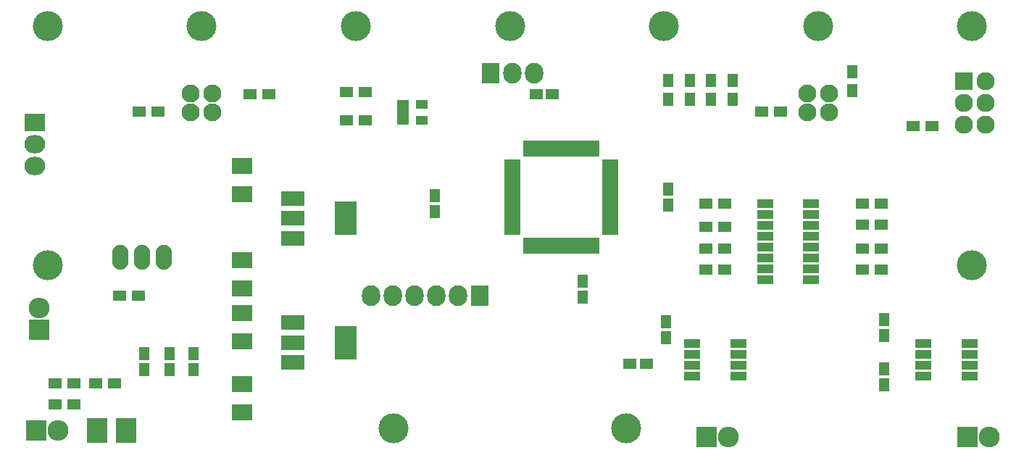
<source format=gbr>
G04 #@! TF.FileFunction,Soldermask,Top*
%FSLAX46Y46*%
G04 Gerber Fmt 4.6, Leading zero omitted, Abs format (unit mm)*
G04 Created by KiCad (PCBNEW 4.0.2+dfsg1-stable) date Die 18 Okt 2016 18:09:58 CEST*
%MOMM*%
G01*
G04 APERTURE LIST*
%ADD10C,0.100000*%
%ADD11R,1.150000X1.600000*%
%ADD12R,2.432000X1.924000*%
%ADD13R,1.600000X1.150000*%
%ADD14R,1.600000X1.300000*%
%ADD15R,1.300000X1.600000*%
%ADD16R,2.432000X2.432000*%
%ADD17O,2.432000X2.432000*%
%ADD18R,2.127200X2.432000*%
%ADD19O,2.127200X2.432000*%
%ADD20R,2.432000X2.127200*%
%ADD21O,2.432000X2.127200*%
%ADD22R,2.127200X2.127200*%
%ADD23O,2.127200X2.127200*%
%ADD24R,2.800300X1.700480*%
%ADD25R,2.599640X3.999180*%
%ADD26O,1.901140X2.899360*%
%ADD27R,0.950000X1.900000*%
%ADD28R,1.900000X0.950000*%
%ADD29R,1.898600X0.999440*%
%ADD30R,1.460000X1.050000*%
%ADD31R,1.950000X1.000000*%
%ADD32R,2.400000X2.900000*%
%ADD33C,3.500000*%
%ADD34C,2.100000*%
G04 APERTURE END LIST*
D10*
D11*
X70250000Y-93200000D03*
X70250000Y-91300000D03*
X73000000Y-93200000D03*
X73000000Y-91300000D03*
X67250000Y-93200000D03*
X67250000Y-91300000D03*
D12*
X78750000Y-80349000D03*
X78750000Y-83651000D03*
X78750000Y-72651000D03*
X78750000Y-69349000D03*
X78750000Y-94849000D03*
X78750000Y-98151000D03*
X78750000Y-89901000D03*
X78750000Y-86599000D03*
D11*
X118500000Y-82800000D03*
X118500000Y-84700000D03*
D13*
X113050000Y-61000000D03*
X114950000Y-61000000D03*
D11*
X128500000Y-72050000D03*
X128500000Y-73950000D03*
X101250000Y-74700000D03*
X101250000Y-72800000D03*
D13*
X125950000Y-92500000D03*
X124050000Y-92500000D03*
D11*
X128250000Y-89450000D03*
X128250000Y-87550000D03*
X153750000Y-89200000D03*
X153750000Y-87300000D03*
X153750000Y-93050000D03*
X153750000Y-94950000D03*
D14*
X61650000Y-94750000D03*
X63850000Y-94750000D03*
D15*
X133500000Y-59400000D03*
X133500000Y-61600000D03*
X131000000Y-59400000D03*
X131000000Y-61600000D03*
D16*
X54700000Y-100300000D03*
D17*
X57240000Y-100300000D03*
D18*
X107750000Y-58500000D03*
D19*
X110290000Y-58500000D03*
X112830000Y-58500000D03*
D20*
X54500000Y-64250000D03*
D21*
X54500000Y-66790000D03*
X54500000Y-69330000D03*
D16*
X133000000Y-101000000D03*
D17*
X135540000Y-101000000D03*
D16*
X163500000Y-101000000D03*
D17*
X166040000Y-101000000D03*
D22*
X163000000Y-59500000D03*
D23*
X165540000Y-59500000D03*
X163000000Y-62040000D03*
X165540000Y-62040000D03*
X163000000Y-64580000D03*
X165540000Y-64580000D03*
D16*
X55000000Y-88500000D03*
D17*
X55000000Y-85960000D03*
D14*
X59100000Y-94750000D03*
X56900000Y-94750000D03*
X64400000Y-84500000D03*
X66600000Y-84500000D03*
X56900000Y-97250000D03*
X59100000Y-97250000D03*
X81850000Y-61000000D03*
X79650000Y-61000000D03*
X66650000Y-63000000D03*
X68850000Y-63000000D03*
D15*
X150000000Y-58400000D03*
X150000000Y-60600000D03*
D14*
X139400000Y-63000000D03*
X141600000Y-63000000D03*
D15*
X136000000Y-59400000D03*
X136000000Y-61600000D03*
X128500000Y-59400000D03*
X128500000Y-61600000D03*
D14*
X157150000Y-64750000D03*
X159350000Y-64750000D03*
X132900000Y-81500000D03*
X135100000Y-81500000D03*
X153350000Y-81500000D03*
X151150000Y-81500000D03*
X132900000Y-79000000D03*
X135100000Y-79000000D03*
X153350000Y-79000000D03*
X151150000Y-79000000D03*
X132900000Y-76500000D03*
X135100000Y-76500000D03*
X153350000Y-76250000D03*
X151150000Y-76250000D03*
X132900000Y-73750000D03*
X135100000Y-73750000D03*
X153350000Y-73750000D03*
X151150000Y-73750000D03*
X90900000Y-64000000D03*
X93100000Y-64000000D03*
X93100000Y-60750000D03*
X90900000Y-60750000D03*
D24*
X84651200Y-73198760D03*
X84651200Y-75500000D03*
X84651200Y-77801240D03*
D25*
X90848800Y-75500000D03*
D24*
X84651200Y-87698760D03*
X84651200Y-90000000D03*
X84651200Y-92301240D03*
D25*
X90848800Y-90000000D03*
D26*
X67000000Y-80000000D03*
X69540000Y-80000000D03*
X64460000Y-80000000D03*
D27*
X120000000Y-67300000D03*
X119200000Y-67300000D03*
X118400000Y-67300000D03*
X117600000Y-67300000D03*
X116800000Y-67300000D03*
X116000000Y-67300000D03*
X115200000Y-67300000D03*
X114400000Y-67300000D03*
X113600000Y-67300000D03*
X112800000Y-67300000D03*
X112000000Y-67300000D03*
D28*
X110300000Y-69000000D03*
X110300000Y-69800000D03*
X110300000Y-70600000D03*
X110300000Y-71400000D03*
X110300000Y-72200000D03*
X110300000Y-73000000D03*
X110300000Y-73800000D03*
X110300000Y-74600000D03*
X110300000Y-75400000D03*
X110300000Y-76200000D03*
X110300000Y-77000000D03*
D27*
X112000000Y-78700000D03*
X112800000Y-78700000D03*
X113600000Y-78700000D03*
X114400000Y-78700000D03*
X115200000Y-78700000D03*
X116000000Y-78700000D03*
X116800000Y-78700000D03*
X117600000Y-78700000D03*
X118400000Y-78700000D03*
X119200000Y-78700000D03*
X120000000Y-78700000D03*
D28*
X121700000Y-77000000D03*
X121700000Y-76200000D03*
X121700000Y-75400000D03*
X121700000Y-74600000D03*
X121700000Y-73800000D03*
X121700000Y-73000000D03*
X121700000Y-72200000D03*
X121700000Y-71400000D03*
X121700000Y-70600000D03*
X121700000Y-69800000D03*
X121700000Y-69000000D03*
D29*
X139802520Y-73807540D03*
X139802520Y-75077540D03*
X139802520Y-76347540D03*
X139802520Y-77617540D03*
X139802520Y-78882460D03*
X139802520Y-80152460D03*
X139802520Y-81422460D03*
X139802520Y-82692460D03*
X145197480Y-82692460D03*
X145197480Y-81422460D03*
X145197480Y-80152460D03*
X145197480Y-78882460D03*
X145197480Y-77617540D03*
X145197480Y-76347540D03*
X145197480Y-75077540D03*
X145197480Y-73807540D03*
D30*
X97500000Y-62150000D03*
X97500000Y-63100000D03*
X97500000Y-64050000D03*
X99700000Y-64050000D03*
X99700000Y-62150000D03*
D31*
X136700000Y-93905000D03*
X136700000Y-92635000D03*
X136700000Y-91365000D03*
X136700000Y-90095000D03*
X131300000Y-90095000D03*
X131300000Y-91365000D03*
X131300000Y-92635000D03*
X131300000Y-93905000D03*
X163700000Y-93905000D03*
X163700000Y-92635000D03*
X163700000Y-91365000D03*
X163700000Y-90095000D03*
X158300000Y-90095000D03*
X158300000Y-91365000D03*
X158300000Y-92635000D03*
X158300000Y-93905000D03*
D32*
X61800000Y-100250000D03*
X65200000Y-100250000D03*
D33*
X164000000Y-81000000D03*
X56000000Y-81000000D03*
X56000000Y-53000000D03*
X74000000Y-53000000D03*
X92000000Y-53000000D03*
X110000000Y-53000000D03*
X128000000Y-53000000D03*
X146000000Y-53000000D03*
X164000000Y-53000000D03*
D34*
X72730000Y-63105000D03*
X72730000Y-60895000D03*
X75270000Y-63105000D03*
X75270000Y-60895000D03*
X144730000Y-63105000D03*
X144730000Y-60895000D03*
X147270000Y-63105000D03*
X147270000Y-60895000D03*
D33*
X96400000Y-100000000D03*
X123600000Y-100000000D03*
D18*
X106500000Y-84500000D03*
D19*
X103960000Y-84500000D03*
X101420000Y-84500000D03*
X98880000Y-84500000D03*
X96340000Y-84500000D03*
X93800000Y-84500000D03*
M02*

</source>
